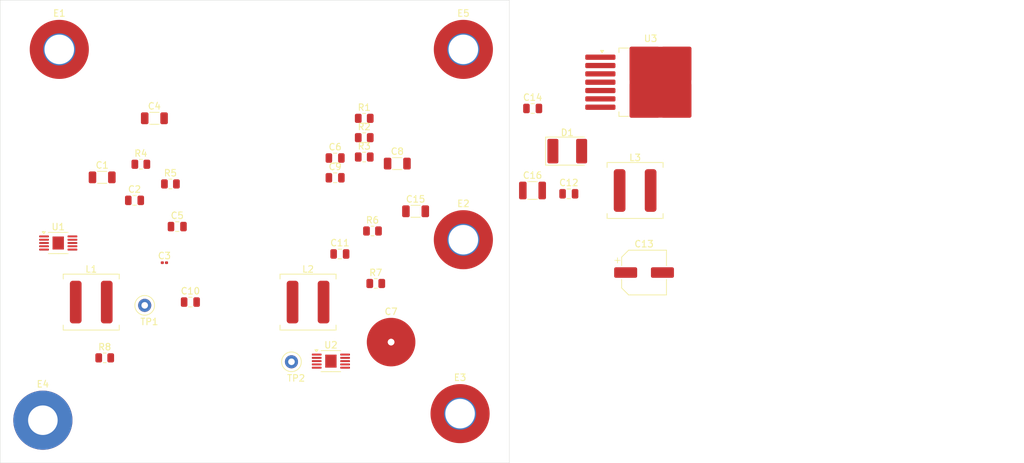
<source format=kicad_pcb>
(kicad_pcb (version 20240108) (generator "pcbnew") (generator_version "8.0")
  (layers (0 "F.Cu" signal) (31 "B.Cu" signal) (34 "B.Paste" user) (35 "F.Paste" user) (36 "B.SilkS" user "B.Silkscreen") (37 "F.SilkS" user "F.Silkscreen") (38 "B.Mask" user) (39 "F.Mask" user) (44 "Edge.Cuts" user))
  (net 0 "")
  (net 1 "Net-(U1-EN{slash}UV)")
  (net 2 "0")
  (net 3 "Net-(U1-BST)")
  (net 4 "Net-(U1-SW)")
  (net 5 "Net-(C3-Pad1)")
  (net 6 "Net-(U1-FB)")
  (net 7 "Net-(U1-INTV)")
  (net 8 "Net-(U2-SW)")
  (net 9 "Net-(U2-BST)")
  (net 10 "Net-(C7-Pad1)")
  (net 11 "Net-(U2-INTV)")
  (net 12 "Net-(U1-TR{slash}SS)")
  (net 13 "Net-(U2-TR{slash}SS)")
  (net 14 "Net-(U3-SW)")
  (net 15 "Net-(D1-K)")
  (net 16 "Net-(U3-FB)")
  (net 17 "Net-(U2-FB)")
  (net 18 "Net-(U2-RT)")
  (net 19 "Net-(U1-RT)")
  (net 20 "Net-(U2-PG)")
  (net 21 "Net-(U1-PG)")
  (footprint "Capacitor_SMD:C_1206_3216Metric" (layer "F.Cu") (at 160.9425 75.4)
    (property "Reference" "C8" (at 0 -1.85 0) (layer "F.SilkS"))
    (property "Value" "22uF")
    (fp_line (start -0.711252 -0.91) (end 0.711252 -0.91) (stroke (width 0.12)) (layer "F.SilkS"))
    (fp_line (start -0.711252 0.91) (end 0.711252 0.91) (stroke (width 0.12)) (layer "F.SilkS"))
    (pad "1" smd roundrect (at -1.475 0) (size 1.15 1.8) (layers "F.Cu" "F.Paste" "F.Mask") (roundrect_rratio 0.217391) (net 10 "Net-(C7-Pad1)"))
    (pad "2" smd roundrect (at 1.475 0) (size 1.15 1.8) (layers "F.Cu" "F.Paste" "F.Mask") (roundrect_rratio 0.217391) (net 2 "0"))
  )
  (footprint "Capacitor_SMD:CP_Elec_6.3x9.9" (layer "F.Cu") (at 198.5 92)
    (property "Reference" "C13" (at 0 -4.35 0) (layer "F.SilkS"))
    (property "Value" "270uF")
    (fp_line (start -4.4375 -1.8475) (end -3.65 -1.8475) (stroke (width 0.12)) (layer "F.SilkS"))
    (fp_line (start -4.04375 -2.24125) (end -4.04375 -1.45375) (stroke (width 0.12)) (layer "F.SilkS"))
    (fp_line (start -3.41 -2.345563) (end -3.41 -1.06) (stroke (width 0.12)) (layer "F.SilkS"))
    (fp_line (start -3.41 -2.345563) (end -2.345563 -3.41) (stroke (width 0.12)) (layer "F.SilkS"))
    (fp_line (start -3.41 2.345563) (end -3.41 1.06) (stroke (width 0.12)) (layer "F.SilkS"))
    (fp_line (start -3.41 2.345563) (end -2.345563 3.41) (stroke (width 0.12)) (layer "F.SilkS"))
    (fp_line (start -2.345563 -3.41) (end 3.41 -3.41) (stroke (width 0.12)) (layer "F.SilkS"))
    (fp_line (start -2.345563 3.41) (end 3.41 3.41) (stroke (width 0.12)) (layer "F.SilkS"))
    (fp_line (start 3.41 -3.41) (end 3.41 -1.06) (stroke (width 0.12)) (layer "F.SilkS"))
    (fp_line (start 3.41 3.41) (end 3.41 1.06) (stroke (width 0.12)) (layer "F.SilkS"))
    (pad "1" smd roundrect (at -2.8 0) (size 3.5 1.6) (layers "F.Cu" "F.Paste" "F.Mask") (roundrect_rratio 0.15625) (net 16 "Net-(U3-FB)"))
    (pad "2" smd roundrect (at 2.8 0) (size 3.5 1.6) (layers "F.Cu" "F.Paste" "F.Mask") (roundrect_rratio 0.15625) (net 2 "0"))
  )
  (footprint "Resistor_SMD:R_0805_2012Metric" (layer "F.Cu") (at 157.6675 93.67)
    (property "Reference" "R7" (at 0 -1.65 0) (layer "F.SilkS"))
    (property "Value" "100k")
    (fp_line (start -0.227064 -0.735) (end 0.227064 -0.735) (stroke (width 0.12)) (layer "F.SilkS"))
    (fp_line (start -0.227064 0.735) (end 0.227064 0.735) (stroke (width 0.12)) (layer "F.SilkS"))
    (pad "1" smd roundrect (at -0.9125 0) (size 1.025 1.4) (layers "F.Cu" "F.Paste" "F.Mask") (roundrect_rratio 0.243902) (net 8 "Net-(U2-SW)"))
    (pad "2" smd roundrect (at 0.9125 0) (size 1.025 1.4) (layers "F.Cu" "F.Paste" "F.Mask") (roundrect_rratio 0.243902) (net 20 "Net-(U2-PG)"))
  )
  (footprint "Capacitor_SMD:C_0805_2012Metric" (layer "F.Cu") (at 151.4825 74.55)
    (property "Reference" "C6" (at 0 -1.68 0) (layer "F.SilkS"))
    (property "Value" "0.1uF")
    (fp_line (start -0.261252 -0.735) (end 0.261252 -0.735) (stroke (width 0.12)) (layer "F.SilkS"))
    (fp_line (start -0.261252 0.735) (end 0.261252 0.735) (stroke (width 0.12)) (layer "F.SilkS"))
    (pad "1" smd roundrect (at -0.95 0) (size 1 1.45) (layers "F.Cu" "F.Paste" "F.Mask") (net 9 "Net-(U2-BST)"))
    (pad "2" smd roundrect (at 0.95 0) (size 1 1.45) (layers "F.Cu" "F.Paste" "F.Mask") (net 8 "Net-(U2-SW)"))
  )
  (footprint "Resistor_SMD:R_0805_2012Metric" (layer "F.Cu") (at 121.9125 75.5)
    (property "Reference" "R4" (at 0 -1.65 0) (layer "F.SilkS"))
    (property "Value" "18.2k")
    (fp_line (start -0.227064 -0.735) (end 0.227064 -0.735) (stroke (width 0.12)) (layer "F.SilkS"))
    (fp_line (start -0.227064 0.735) (end 0.227064 0.735) (stroke (width 0.12)) (layer "F.SilkS"))
    (pad "1" smd roundrect (at -0.9125 0) (size 1.025 1.4) (layers "F.Cu" "F.Paste" "F.Mask") (roundrect_rratio 0.243902) (net 19 "Net-(U1-RT)"))
    (pad "2" smd roundrect (at 0.9125 0) (size 1.025 1.4) (layers "F.Cu" "F.Paste" "F.Mask") (roundrect_rratio 0.243902) (net 2 "0"))
  )
  (footprint "Resistor_SMD:R_0805_2012Metric" (layer "F.Cu") (at 157.1675 85.67)
    (property "Reference" "R6" (at 0 -1.65 0) (layer "F.SilkS"))
    (property "Value" "1M")
    (fp_line (start -0.227064 -0.735) (end 0.227064 -0.735) (stroke (width 0.12)) (layer "F.SilkS"))
    (fp_line (start -0.227064 0.735) (end 0.227064 0.735) (stroke (width 0.12)) (layer "F.SilkS"))
    (pad "1" smd roundrect (at -0.9125 0) (size 1.025 1.4) (layers "F.Cu" "F.Paste" "F.Mask") (roundrect_rratio 0.243902) (net 5 "Net-(C3-Pad1)"))
    (pad "2" smd roundrect (at 0.9125 0) (size 1.025 1.4) (layers "F.Cu" "F.Paste" "F.Mask") (roundrect_rratio 0.243902) (net 6 "Net-(U1-FB)"))
  )
  (footprint "Capacitor_SMD:C_1206_3216Metric" (layer "F.Cu") (at 123.975 68.5)
    (property "Reference" "C4" (at 0 -1.85 0) (layer "F.SilkS"))
    (property "Value" "22uF")
    (fp_line (start -0.711252 -0.91) (end 0.711252 -0.91) (stroke (width 0.12)) (layer "F.SilkS"))
    (fp_line (start -0.711252 0.91) (end 0.711252 0.91) (stroke (width 0.12)) (layer "F.SilkS"))
    (pad "1" smd roundrect (at -1.475 0) (size 1.15 1.8) (layers "F.Cu" "F.Paste" "F.Mask") (roundrect_rratio 0.217391) (net 5 "Net-(C3-Pad1)"))
    (pad "2" smd roundrect (at 1.475 0) (size 1.15 1.8) (layers "F.Cu" "F.Paste" "F.Mask") (roundrect_rratio 0.217391) (net 2 "0"))
  )
  (footprint "Package_SO:MSOP-10-1EP_3x3mm_P0.5mm_EP1.73x1.98mm" (layer "F.Cu") (at 109.3375 87.5)
    (property "Reference" "U1" (at 0 -2.45 0) (layer "F.SilkS"))
    (property "Value" "~")
    (fp_line (start 0 -1.61) (end -1.5 -1.61) (stroke (width 0.12)) (layer "F.SilkS"))
    (fp_line (start 0 -1.61) (end 1.5 -1.61) (stroke (width 0.12)) (layer "F.SilkS"))
    (fp_line (start 0 1.61) (end -1.5 1.61) (stroke (width 0.12)) (layer "F.SilkS"))
    (fp_line (start 0 1.61) (end 1.5 1.61) (stroke (width 0.12)) (layer "F.SilkS"))
    (fp_poly (pts (xy -2.2 -1.41) (xy -2.44 -1.74) (xy -1.96 -1.74) (xy -2.2 -1.41)) (stroke (width 0.12)) (fill solid) (layer "F.SilkS"))
    (pad "1" smd roundrect (at -2.1625 -1) (size 1.475 0.3) (layers "F.Cu" "F.Paste" "F.Mask") (net 3 "Net-(U1-BST)"))
    (pad "2" smd roundrect (at -2.1625 -0.5) (size 1.475 0.3) (layers "F.Cu" "F.Paste" "F.Mask") (net 4 "Net-(U1-SW)"))
    (pad "3" smd roundrect (at -2.1625 0) (size 1.475 0.3) (layers "F.Cu" "F.Paste" "F.Mask") (net 7 "Net-(U1-INTV)"))
    (pad "4" smd roundrect (at -2.1625 0.5) (size 1.475 0.3) (layers "F.Cu" "F.Paste" "F.Mask") (net 19 "Net-(U1-RT)"))
    (pad "5" smd roundrect (at -2.1625 1) (size 1.475 0.3) (layers "F.Cu" "F.Paste" "F.Mask") (net 2 "0"))
    (pad "6" smd roundrect (at 2.1625 1) (size 1.475 0.3) (layers "F.Cu" "F.Paste" "F.Mask") (net 6 "Net-(U1-FB)"))
    (pad "7" smd roundrect (at 2.1625 0.5) (size 1.475 0.3) (layers "F.Cu" "F.Paste" "F.Mask") (net 12 "Net-(U1-TR{slash}SS)"))
    (pad "8" smd roundrect (at 2.1625 0) (size 1.475 0.3) (layers "F.Cu" "F.Paste" "F.Mask") (net 21 "Net-(U1-PG)"))
    (pad "9" smd roundrect (at 2.1625 -0.5) (size 1.475 0.3) (layers "F.Cu" "F.Paste" "F.Mask") (net 2 "0"))
    (pad "10" smd roundrect (at 2.1625 -1) (size 1.475 0.3) (layers "F.Cu" "F.Paste" "F.Mask") (net 1 "Net-(U1-EN{slash}UV)"))
    (pad "11" smd rect (at 0 0) (size 1.73 1.98) (property pad_prop_heatsink) (layers "F.Cu" "F.Mask"))
  )
  (footprint "Resistor_SMD:R_0805_2012Metric" (layer "F.Cu") (at 155.9125 68.5)
    (property "Reference" "R1" (at 0 -1.65 0) (layer "F.SilkS"))
    (property "Value" "1M")
    (fp_line (start -0.227064 -0.735) (end 0.227064 -0.735) (stroke (width 0.12)) (layer "F.SilkS"))
    (fp_line (start -0.227064 0.735) (end 0.227064 0.735) (stroke (width 0.12)) (layer "F.SilkS"))
    (pad "1" smd roundrect (at -0.9125 0) (size 1.025 1.4) (layers "F.Cu" "F.Paste" "F.Mask") (roundrect_rratio 0.243902) (net 10 "Net-(C7-Pad1)"))
    (pad "2" smd roundrect (at 0.9125 0) (size 1.025 1.4) (layers "F.Cu" "F.Paste" "F.Mask") (roundrect_rratio 0.243902) (net 17 "Net-(U2-FB)"))
  )
  (footprint "Capacitor_SMD:C_0805_2012Metric" (layer "F.Cu") (at 127.45 85)
    (property "Reference" "C5" (at 0 -1.68 0) (layer "F.SilkS"))
    (property "Value" "1uF")
    (fp_line (start -0.261252 -0.735) (end 0.261252 -0.735) (stroke (width 0.12)) (layer "F.SilkS"))
    (fp_line (start -0.261252 0.735) (end 0.261252 0.735) (stroke (width 0.12)) (layer "F.SilkS"))
    (pad "1" smd roundrect (at -0.95 0) (size 1 1.45) (layers "F.Cu" "F.Paste" "F.Mask") (net 7 "Net-(U1-INTV)"))
    (pad "2" smd roundrect (at 0.95 0) (size 1 1.45) (layers "F.Cu" "F.Paste" "F.Mask") (net 2 "0"))
  )
  (footprint "Package_TO_SOT_SMD:TO-263-7_TabPin8" (layer "F.Cu") (at 199.5 63)
    (property "Reference" "U3" (at 0 -6.65 0) (layer "F.SilkS"))
    (property "Value" "LM22678TJ-5")
    (fp_line (start -4.825 -5.2) (end -4.825 -4.51) (stroke (width 0.12)) (layer "F.SilkS"))
    (fp_line (start -4.825 5.2) (end -4.825 4.51) (stroke (width 0.12)) (layer "F.SilkS"))
    (fp_line (start -3.325 -5.2) (end -4.825 -5.2) (stroke (width 0.12)) (layer "F.SilkS"))
    (fp_line (start -3.325 5.2) (end -4.825 5.2) (stroke (width 0.12)) (layer "F.SilkS"))
    (fp_poly (pts (xy -7.3875 -4.51) (xy -7.6275 -4.84) (xy -7.1475 -4.84) (xy -7.3875 -4.51)) (stroke (width 0.12)) (fill solid) (layer "F.SilkS"))
    (pad "1" smd roundrect (at -7.65 -3.81) (size 4.6 0.8) (layers "F.Cu" "F.Paste" "F.Mask") (net 14 "Net-(U3-SW)"))
    (pad "2" smd roundrect (at -7.65 -2.54) (size 4.6 0.8) (layers "F.Cu" "F.Paste" "F.Mask") (net 1 "Net-(U1-EN{slash}UV)"))
    (pad "3" smd roundrect (at -7.65 -1.27) (size 4.6 0.8) (layers "F.Cu" "F.Paste" "F.Mask") (net 15 "Net-(D1-K)"))
    (pad "4" smd roundrect (at -7.65 0) (size 4.6 0.8) (layers "F.Cu" "F.Paste" "F.Mask") (net 2 "0"))
    (pad "5" smd roundrect (at -7.65 1.27) (size 4.6 0.8) (layers "F.Cu" "F.Paste" "F.Mask"))
    (pad "6" smd roundrect (at -7.65 2.54) (size 4.6 0.8) (layers "F.Cu" "F.Paste" "F.Mask") (net 16 "Net-(U3-FB)"))
    (pad "7" smd roundrect (at -7.65 3.81) (size 4.6 0.8) (layers "F.Cu" "F.Paste" "F.Mask"))
    (pad "8" smd roundrect (at -0.925 -2.775) (size 4.55 5.25) (layers "F.Cu" "F.Paste") (roundrect_rratio 0.054945) (net 2 "0"))
    (pad "8" smd roundrect (at -0.925 2.775) (size 4.55 5.25) (layers "F.Cu" "F.Paste") (roundrect_rratio 0.054945) (net 2 "0"))
    (pad "8" smd roundrect (at 1.5 0) (size 9.4 10.8) (layers "F.Cu" "F.Mask") (roundrect_rratio 0.026596) (net 2 "0"))
    (pad "8" smd roundrect (at 3.925 -2.775) (size 4.55 5.25) (layers "F.Cu" "F.Paste") (roundrect_rratio 0.054945) (net 2 "0"))
    (pad "8" smd roundrect (at 3.925 2.775) (size 4.55 5.25) (layers "F.Cu" "F.Paste") (roundrect_rratio 0.054945) (net 2 "0"))
  )
  (footprint "TestPoint:TestPoint_Loop_D2.50mm_Drill1.0mm" (layer "F.Cu") (at 122.5 97)
    (property "Reference" "TP1" (at 0.7 2.5 0) (layer "F.SilkS"))
    (property "Value" "TestPoint")
    (fp_circle (center 0 0) (end 1.5 0) (stroke (width 0.12)) (fill none) (layer "F.SilkS"))
    (pad "1" thru_hole circle (at 0 0) (size 2 2) (drill 1) (layers "*.Cu" "*.Mask") (net 21 "Net-(U1-PG)"))
  )
  (footprint "Capacitor_SMD:C_1206_3216Metric" (layer "F.Cu") (at 116.025 77.5)
    (property "Reference" "C1" (at 0 -1.85 0) (layer "F.SilkS"))
    (property "Value" "10uF")
    (fp_line (start -0.711252 -0.91) (end 0.711252 -0.91) (stroke (width 0.12)) (layer "F.SilkS"))
    (fp_line (start -0.711252 0.91) (end 0.711252 0.91) (stroke (width 0.12)) (layer "F.SilkS"))
    (pad "1" smd roundrect (at -1.475 0) (size 1.15 1.8) (layers "F.Cu" "F.Paste" "F.Mask") (roundrect_rratio 0.217391) (net 1 "Net-(U1-EN{slash}UV)"))
    (pad "2" smd roundrect (at 1.475 0) (size 1.15 1.8) (layers "F.Cu" "F.Paste" "F.Mask") (roundrect_rratio 0.217391) (net 2 "0"))
  )
  (footprint "Resistor_SMD:R_0805_2012Metric" (layer "F.Cu") (at 155.9125 74.4)
    (property "Reference" "R3" (at 0 -1.65 0) (layer "F.SilkS"))
    (property "Value" "18.2k")
    (fp_line (start -0.227064 -0.735) (end 0.227064 -0.735) (stroke (width 0.12)) (layer "F.SilkS"))
    (fp_line (start -0.227064 0.735) (end 0.227064 0.735) (stroke (width 0.12)) (layer "F.SilkS"))
    (pad "1" smd roundrect (at -0.9125 0) (size 1.025 1.4) (layers "F.Cu" "F.Paste" "F.Mask") (roundrect_rratio 0.243902) (net 18 "Net-(U2-RT)"))
    (pad "2" smd roundrect (at 0.9125 0) (size 1.025 1.4) (layers "F.Cu" "F.Paste" "F.Mask") (roundrect_rratio 0.243902) (net 2 "0"))
  )
  (footprint "MountingHole:MountingHole_4.5mm_Pad_TopOnly" (layer "F.Cu") (at 171 87)
    (property "Reference" "E2" (at 0 -5.5 0) (layer "F.SilkS"))
    (property "Value" "+5V")
    (pad "1" thru_hole circle (at 0 0) (size 4.9 4.9) (drill 4.5) (layers "*.Cu" "*.Mask") (net 5 "Net-(C3-Pad1)"))
    (pad "1" connect circle (at 0 0) (size 9 9) (layers "F.Cu" "F.Mask") (net 5 "Net-(C3-Pad1)"))
  )
  (footprint "Resistor_SMD:R_0805_2012Metric" (layer "F.Cu") (at 116.4125 105)
    (property "Reference" "R8" (at 0 -1.65 0) (layer "F.SilkS"))
    (property "Value" "100k")
    (fp_line (start -0.227064 -0.735) (end 0.227064 -0.735) (stroke (width 0.12)) (layer "F.SilkS"))
    (fp_line (start -0.227064 0.735) (end 0.227064 0.735) (stroke (width 0.12)) (layer "F.SilkS"))
    (pad "1" smd roundrect (at -0.9125 0) (size 1.025 1.4) (layers "F.Cu" "F.Paste" "F.Mask") (roundrect_rratio 0.243902) (net 4 "Net-(U1-SW)"))
    (pad "2" smd roundrect (at 0.9125 0) (size 1.025 1.4) (layers "F.Cu" "F.Paste" "F.Mask") (roundrect_rratio 0.243902) (net 21 "Net-(U1-PG)"))
  )
  (footprint "Inductor_SMD:L_Coilcraft_XAL7030-332" (layer "F.Cu") (at 197.14 79.5)
    (property "Reference" "L3" (at 0 -5 0) (layer "F.SilkS"))
    (property "Value" "3.3uH")
    (fp_line (start -4.26 -4.26) (end -4.26 -3.51) (stroke (width 0.12)) (layer "F.SilkS"))
    (fp_line (start -4.26 -4.26) (end 4.26 -4.26) (stroke (width 0.12)) (layer "F.SilkS"))
    (fp_line (start -4.26 4.26) (end -4.26 3.51) (stroke (width 0.12)) (layer "F.SilkS"))
    (fp_line (start -4.26 4.26) (end 4.26 4.26) (stroke (width 0.12)) (layer "F.SilkS"))
    (fp_line (start 4.26 -4.26) (end 4.26 -3.51) (stroke (width 0.12)) (layer "F.SilkS"))
    (fp_line (start 4.26 4.26) (end 4.26 3.51) (stroke (width 0.12)) (layer "F.SilkS"))
    (pad "1" smd roundrect (at -2.36 0) (size 1.78 6.5) (layers "F.Cu" "F.Paste" "F.Mask") (net 15 "Net-(D1-K)"))
    (pad "2" smd roundrect (at 2.36 0) (size 1.78 6.5) (layers "F.Cu" "F.Paste" "F.Mask") (net 16 "Net-(U3-FB)"))
  )
  (footprint "Inductor_SMD:L_Coilcraft_XAL7030-222" (layer "F.Cu") (at 147.36 96.5)
    (property "Reference" "L2" (at 0 -5 0) (layer "F.SilkS"))
    (property "Value" "2.2uH")
    (fp_line (start -4.26 -4.26) (end -4.26 -3.51) (stroke (width 0.12)) (layer "F.SilkS"))
    (fp_line (start -4.26 -4.26) (end 4.26 -4.26) (stroke (width 0.12)) (layer "F.SilkS"))
    (fp_line (start -4.26 4.26) (end -4.26 3.51) (stroke (width 0.12)) (layer "F.SilkS"))
    (fp_line (start -4.26 4.26) (end 4.26 4.26) (stroke (width 0.12)) (layer "F.SilkS"))
    (fp_line (start 4.26 -4.26) (end 4.26 -3.51) (stroke (width 0.12)) (layer "F.SilkS"))
    (fp_line (start 4.26 4.26) (end 4.26 3.51) (stroke (width 0.12)) (layer "F.SilkS"))
    (pad "1" smd roundrect (at -2.36 0) (size 1.78 6.5) (layers "F.Cu" "F.Paste" "F.Mask") (net 8 "Net-(U2-SW)"))
    (pad "2" smd roundrect (at 2.36 0) (size 1.78 6.5) (layers "F.Cu" "F.Paste" "F.Mask") (net 10 "Net-(C7-Pad1)"))
  )
  (footprint "Inductor_SMD:L_Coilcraft_XAL7030-222" (layer "F.Cu") (at 114.36 96.5)
    (property "Reference" "L1" (at 0 -5 0) (layer "F.SilkS"))
    (property "Value" "2.2uH")
    (fp_line (start -4.26 -4.26) (end -4.26 -3.51) (stroke (width 0.12)) (layer "F.SilkS"))
    (fp_line (start -4.26 -4.26) (end 4.26 -4.26) (stroke (width 0.12)) (layer "F.SilkS"))
    (fp_line (start -4.26 4.26) (end -4.26 3.51) (stroke (width 0.12)) (layer "F.SilkS"))
    (fp_line (start -4.26 4.26) (end 4.26 4.26) (stroke (width 0.12)) (layer "F.SilkS"))
    (fp_line (start 4.26 -4.26) (end 4.26 -3.51) (stroke (width 0.12)) (layer "F.SilkS"))
    (fp_line (start 4.26 4.26) (end 4.26 3.51) (stroke (width 0.12)) (layer "F.SilkS"))
    (pad "1" smd roundrect (at -2.36 0) (size 1.78 6.5) (layers "F.Cu" "F.Paste" "F.Mask") (net 4 "Net-(U1-SW)"))
    (pad "2" smd roundrect (at 2.36 0) (size 1.78 6.5) (layers "F.Cu" "F.Paste" "F.Mask") (net 5 "Net-(C3-Pad1)"))
  )
  (footprint "Capacitor_SMD:C_0805_2012Metric" (layer "F.Cu") (at 152.205 89.17)
    (property "Reference" "C11" (at 0 -1.68 0) (layer "F.SilkS"))
    (property "Value" "10nF")
    (fp_line (start -0.261252 -0.735) (end 0.261252 -0.735) (stroke (width 0.12)) (layer "F.SilkS"))
    (fp_line (start -0.261252 0.735) (end 0.261252 0.735) (stroke (width 0.12)) (layer "F.SilkS"))
    (pad "1" smd roundrect (at -0.95 0) (size 1 1.45) (layers "F.Cu" "F.Paste" "F.Mask") (net 13 "Net-(U2-TR{slash}SS)"))
    (pad "2" smd roundrect (at 0.95 0) (size 1 1.45) (layers "F.Cu" "F.Paste" "F.Mask") (net 2 "0"))
  )
  (footprint "Capacitor_SMD:C_0805_2012Metric" (layer "F.Cu") (at 151.4825 77.56)
    (property "Reference" "C9" (at 0 -1.68 0) (layer "F.SilkS"))
    (property "Value" "1uF")
    (fp_line (start -0.261252 -0.735) (end 0.261252 -0.735) (stroke (width 0.12)) (layer "F.SilkS"))
    (fp_line (start -0.261252 0.735) (end 0.261252 0.735) (stroke (width 0.12)) (layer "F.SilkS"))
    (pad "1" smd roundrect (at -0.95 0) (size 1 1.45) (layers "F.Cu" "F.Paste" "F.Mask") (net 11 "Net-(U2-INTV)"))
    (pad "2" smd roundrect (at 0.95 0) (size 1 1.45) (layers "F.Cu" "F.Paste" "F.Mask") (net 2 "0"))
  )
  (footprint "Resistor_SMD:R_0805_2012Metric" (layer "F.Cu") (at 155.9125 71.45)
    (property "Reference" "R2" (at 0 -1.65 0) (layer "F.SilkS"))
    (property "Value" "309k")
    (fp_line (start -0.227064 -0.735) (end 0.227064 -0.735) (stroke (width 0.12)) (layer "F.SilkS"))
    (fp_line (start -0.227064 0.735) (end 0.227064 0.735) (stroke (width 0.12)) (layer "F.SilkS"))
    (pad "1" smd roundrect (at -0.9125 0) (size 1.025 1.4) (layers "F.Cu" "F.Paste" "F.Mask") (roundrect_rratio 0.243902) (net 17 "Net-(U2-FB)"))
    (pad "2" smd roundrect (at 0.9125 0) (size 1.025 1.4) (layers "F.Cu" "F.Paste" "F.Mask") (roundrect_rratio 0.243902) (net 2 "0"))
  )
  (footprint "Capacitor_SMD:C_0805_2012Metric" (layer "F.Cu") (at 187.05 80)
    (property "Reference" "C12" (at 0 -1.68 0) (layer "F.SilkS"))
    (property "Value" "10nF")
    (fp_line (start -0.261252 -0.735) (end 0.261252 -0.735) (stroke (width 0.12)) (layer "F.SilkS"))
    (fp_line (start -0.261252 0.735) (end 0.261252 0.735) (stroke (width 0.12)) (layer "F.SilkS"))
    (pad "1" smd roundrect (at -0.95 0) (size 1 1.45) (layers "F.Cu" "F.Paste" "F.Mask") (net 15 "Net-(D1-K)"))
    (pad "2" smd roundrect (at 0.95 0) (size 1 1.45) (layers "F.Cu" "F.Paste" "F.Mask") (net 14 "Net-(U3-SW)"))
  )
  (footprint "Capacitor_SMD:C_0805_2012Metric" (layer "F.Cu") (at 120.95 81)
    (property "Reference" "C2" (at 0 -1.68 0) (layer "F.SilkS"))
    (property "Value" "0.1uF")
    (fp_line (start -0.261252 -0.735) (end 0.261252 -0.735) (stroke (width 0.12)) (layer "F.SilkS"))
    (fp_line (start -0.261252 0.735) (end 0.261252 0.735) (stroke (width 0.12)) (layer "F.SilkS"))
    (pad "1" smd roundrect (at -0.95 0) (size 1 1.45) (layers "F.Cu" "F.Paste" "F.Mask") (net 3 "Net-(U1-BST)"))
    (pad "2" smd roundrect (at 0.95 0) (size 1 1.45) (layers "F.Cu" "F.Paste" "F.Mask") (net 4 "Net-(U1-SW)"))
  )
  (footprint "MountingHole:MountingHole_4.5mm_Pad_TopOnly" (layer "F.Cu") (at 170.5 113.5)
    (property "Reference" "E3" (at 0 -5.5 0) (layer "F.SilkS"))
    (property "Value" "+3.3V")
    (pad "1" thru_hole circle (at 0 0) (size 4.9 4.9) (drill 4.5) (layers "*.Cu" "*.Mask") (net 10 "Net-(C7-Pad1)"))
    (pad "1" connect circle (at 0 0) (size 9 9) (layers "F.Cu" "F.Mask") (net 10 "Net-(C7-Pad1)"))
  )
  (footprint "Package_SO:MSOP-10-1EP_3x3mm_P0.5mm_EP1.73x1.98mm" (layer "F.Cu") (at 150.8375 105.5)
    (property "Reference" "U2" (at 0 -2.45 0) (layer "F.SilkS"))
    (property "Value" "~")
    (fp_line (start 0 -1.61) (end -1.5 -1.61) (stroke (width 0.12)) (layer "F.SilkS"))
    (fp_line (start 0 -1.61) (end 1.5 -1.61) (stroke (width 0.12)) (layer "F.SilkS"))
    (fp_line (start 0 1.61) (end -1.5 1.61) (stroke (width 0.12)) (layer "F.SilkS"))
    (fp_line (start 0 1.61) (end 1.5 1.61) (stroke (width 0.12)) (layer "F.SilkS"))
    (fp_poly (pts (xy -2.2 -1.41) (xy -2.44 -1.74) (xy -1.96 -1.74) (xy -2.2 -1.41)) (stroke (width 0.12)) (fill solid) (layer "F.SilkS"))
    (pad "1" smd roundrect (at -2.1625 -1) (size 1.475 0.3) (layers "F.Cu" "F.Paste" "F.Mask") (net 9 "Net-(U2-BST)"))
    (pad "2" smd roundrect (at -2.1625 -0.5) (size 1.475 0.3) (layers "F.Cu" "F.Paste" "F.Mask") (net 8 "Net-(U2-SW)"))
    (pad "3" smd roundrect (at -2.1625 0) (size 1.475 0.3) (layers "F.Cu" "F.Paste" "F.Mask") (net 11 "Net-(U2-INTV)"))
    (pad "4" smd roundrect (at -2.1625 0.5) (size 1.475 0.3) (layers "F.Cu" "F.Paste" "F.Mask") (net 18 "Net-(U2-RT)"))
    (pad "5" smd roundrect (at -2.1625 1) (size 1.475 0.3) (layers "F.Cu" "F.Paste" "F.Mask") (net 2 "0"))
    (pad "6" smd roundrect (at 2.1625 1) (size 1.475 0.3) (layers "F.Cu" "F.Paste" "F.Mask") (net 17 "Net-(U2-FB)"))
    (pad "7" smd roundrect (at 2.1625 0.5) (size 1.475 0.3) (layers "F.Cu" "F.Paste" "F.Mask") (net 13 "Net-(U2-TR{slash}SS)"))
    (pad "8" smd roundrect (at 2.1625 0) (size 1.475 0.3) (layers "F.Cu" "F.Paste" "F.Mask") (net 20 "Net-(U2-PG)"))
    (pad "9" smd roundrect (at 2.1625 -0.5) (size 1.475 0.3) (layers "F.Cu" "F.Paste" "F.Mask") (net 2 "0"))
    (pad "10" smd roundrect (at 2.1625 -1) (size 1.475 0.3) (layers "F.Cu" "F.Paste" "F.Mask") (net 1 "Net-(U1-EN{slash}UV)"))
    (pad "11" smd rect (at 0 0) (size 1.73 1.98) (property pad_prop_heatsink) (layers "F.Cu" "F.Mask"))
  )
  (footprint "Resistor_SMD:R_0805_2012Metric" (layer "F.Cu") (at 126.4125 78.5)
    (property "Reference" "R5" (at 0 -1.65 0) (layer "F.SilkS"))
    (property "Value" "187k")
    (fp_line (start -0.227064 -0.735) (end 0.227064 -0.735) (stroke (width 0.12)) (layer "F.SilkS"))
    (fp_line (start -0.227064 0.735) (end 0.227064 0.735) (stroke (width 0.12)) (layer "F.SilkS"))
    (pad "1" smd roundrect (at -0.9125 0) (size 1.025 1.4) (layers "F.Cu" "F.Paste" "F.Mask") (roundrect_rratio 0.243902) (net 6 "Net-(U1-FB)"))
    (pad "2" smd roundrect (at 0.9125 0) (size 1.025 1.4) (layers "F.Cu" "F.Paste" "F.Mask") (roundrect_rratio 0.243902) (net 2 "0"))
  )
  (footprint "TestPoint:TestPoint_Loop_D2.50mm_Drill1.0mm" (layer "F.Cu") (at 144.8375 105.6)
    (property "Reference" "TP2" (at 0.7 2.5 0) (layer "F.SilkS"))
    (property "Value" "TestPoint")
    (fp_circle (center 0 0) (end 1.5 0) (stroke (width 0.12)) (fill none) (layer "F.SilkS"))
    (pad "1" thru_hole circle (at 0 0) (size 2 2) (drill 1) (layers "*.Cu" "*.Mask") (net 20 "Net-(U2-PG)"))
  )
  (footprint "Capacitor_SMD:C_1206_3216Metric" (layer "F.Cu") (at 163.73 82.67)
    (property "Reference" "C15" (at 0 -1.85 0) (layer "F.SilkS"))
    (property "Value" "10uF")
    (fp_line (start -0.711252 -0.91) (end 0.711252 -0.91) (stroke (width 0.12)) (layer "F.SilkS"))
    (fp_line (start -0.711252 0.91) (end 0.711252 0.91) (stroke (width 0.12)) (layer "F.SilkS"))
    (pad "1" smd roundrect (at -1.475 0) (size 1.15 1.8) (layers "F.Cu" "F.Paste" "F.Mask") (roundrect_rratio 0.217391) (net 1 "Net-(U1-EN{slash}UV)"))
    (pad "2" smd roundrect (at 1.475 0) (size 1.15 1.8) (layers "F.Cu" "F.Paste" "F.Mask") (roundrect_rratio 0.217391) (net 2 "0"))
  )
  (footprint "MountingHole:MountingHole_4.5mm_Pad_TopBottom" (layer "F.Cu") (at 107 114.5)
    (property "Reference" "E4" (at 0 -5.5 0) (layer "F.SilkS"))
    (property "Value" "+12")
    (pad "1" thru_hole circle (at 0 0) (size 4.9 4.9) (drill 4.5) (layers "*.Cu" "*.Mask") (net 2 "0"))
    (pad "1" connect circle (at 0 0) (size 9 9) (layers "F.Cu" "F.Mask") (net 2 "0"))
    (pad "1" connect circle (at 0 0) (size 9 9) (layers "B.Cu" "B.Mask") (net 2 "0"))
  )
  (footprint "Capacitor_SMD:C_1210_3225Metric" (layer "F.Cu") (at 181.525 79.5)
    (property "Reference" "C16" (at 0 -2.3 0) (layer "F.SilkS"))
    (property "Value" "47uF")
    (fp_line (start -0.711252 -1.36) (end 0.711252 -1.36) (stroke (width 0.12)) (layer "F.SilkS"))
    (fp_line (start -0.711252 1.36) (end 0.711252 1.36) (stroke (width 0.12)) (layer "F.SilkS"))
    (pad "1" smd roundrect (at -1.475 0) (size 1.15 2.7) (layers "F.Cu" "F.Paste" "F.Mask") (roundrect_rratio 0.217391) (net 1 "Net-(U1-EN{slash}UV)"))
    (pad "2" smd roundrect (at 1.475 0) (size 1.15 2.7) (layers "F.Cu" "F.Paste" "F.Mask") (roundrect_rratio 0.217391) (net 2 "0"))
  )
  (footprint "Capacitor_SMD:C_0805_2012Metric" (layer "F.Cu") (at 181.55 67)
    (property "Reference" "C14" (at 0 -1.68 0) (layer "F.SilkS"))
    (property "Value" "1uF")
    (fp_line (start -0.261252 -0.735) (end 0.261252 -0.735) (stroke (width 0.12)) (layer "F.SilkS"))
    (fp_line (start -0.261252 0.735) (end 0.261252 0.735) (stroke (width 0.12)) (layer "F.SilkS"))
    (pad "1" smd roundrect (at -0.95 0) (size 1 1.45) (layers "F.Cu" "F.Paste" "F.Mask") (net 1 "Net-(U1-EN{slash}UV)"))
    (pad "2" smd roundrect (at 0.95 0) (size 1 1.45) (layers "F.Cu" "F.Paste" "F.Mask") (net 2 "0"))
  )
  (footprint "MountingHole:MountingHole_4.5mm_Pad_TopOnly" (layer "F.Cu") (at 171 58)
    (property "Reference" "E5" (at 0 -5.5 0) (layer "F.SilkS"))
    (property "Value" "+5V (Pi Power)")
    (pad "1" thru_hole circle (at 0 0) (size 4.9 4.9) (drill 4.5) (layers "*.Cu" "*.Mask") (net 16 "Net-(U3-FB)"))
    (pad "1" connect circle (at 0 0) (size 9 9) (layers "F.Cu" "F.Mask") (net 16 "Net-(U3-FB)"))
  )
  (footprint "Capacitor_SMD:C_0201_0603Metric" (layer "F.Cu") (at 125.5 90.5)
    (property "Reference" "C3" (at 0 -1.05 0) (layer "F.SilkS"))
    (property "Value" "10pF")
    (pad "1" smd roundrect (at -0.32 0) (size 0.46 0.4) (layers "F.Cu" "F.Mask") (net 5 "Net-(C3-Pad1)"))
    (pad "2" smd roundrect (at 0.32 0) (size 0.46 0.4) (layers "F.Cu" "F.Mask") (net 6 "Net-(U1-FB)"))
  )
  (footprint "Diode_SMD:D_2114_3652Metric" (layer "F.Cu") (at 186.8125 73.5)
    (property "Reference" "D1" (at 0 -2.82 0) (layer "F.SilkS"))
    (property "Value" "D")
    (fp_line (start -3.285 -2.135) (end -3.285 2.135) (stroke (width 0.12)) (layer "F.SilkS"))
    (fp_line (start -3.285 2.135) (end 2.6 2.135) (stroke (width 0.12)) (layer "F.SilkS"))
    (fp_line (start 2.6 -2.135) (end -3.285 -2.135) (stroke (width 0.12)) (layer "F.SilkS"))
    (pad "1" smd roundrect (at -2.1875 0) (size 1.675 3.75) (layers "F.Cu" "F.Paste" "F.Mask") (roundrect_rratio 0.149254) (net 15 "Net-(D1-K)"))
    (pad "2" smd roundrect (at 2.1875 0) (size 1.675 3.75) (layers "F.Cu" "F.Paste" "F.Mask") (roundrect_rratio 0.149254) (net 2 "0"))
  )
  (footprint "MountingHole:MountingHole_4.5mm_Pad_TopOnly" (layer "F.Cu") (at 109.5 58)
    (property "Reference" "E1" (at 0 -5.5 0) (layer "F.SilkS"))
    (property "Value" "+12")
    (pad "1" thru_hole circle (at 0 0) (size 4.9 4.9) (drill 4.5) (layers "*.Cu" "*.Mask") (net 1 "Net-(U1-EN{slash}UV)"))
    (pad "1" connect circle (at 0 0) (size 9 9) (layers "F.Cu" "F.Mask") (net 1 "Net-(U1-EN{slash}UV)"))
  )
  (footprint "Capacitor_SMD:C_0805_2012Metric" (layer "F.Cu") (at 129.45 96.5)
    (property "Reference" "C10" (at 0 -1.68 0) (layer "F.SilkS"))
    (property "Value" "10nF")
    (fp_line (start -0.261252 -0.735) (end 0.261252 -0.735) (stroke (width 0.12)) (layer "F.SilkS"))
    (fp_line (start -0.261252 0.735) (end 0.261252 0.735) (stroke (width 0.12)) (layer "F.SilkS"))
    (pad "1" smd roundrect (at -0.95 0) (size 1 1.45) (layers "F.Cu" "F.Paste" "F.Mask") (net 12 "Net-(U1-TR{slash}SS)"))
    (pad "2" smd roundrect (at 0.95 0) (size 1 1.45) (layers "F.Cu" "F.Paste" "F.Mask") (net 2 "0"))
  )
  (footprint "Mounting_Wuerth:Mounting_Wuerth_WA-SMSE-ExternalM3_H6mm_9771060360" (layer "F.Cu") (at 160 102.6)
    (property "Reference" "C7" (at 0 -4.65 0) (layer "F.SilkS"))
    (property "Value" "10pF")
    (pad "" np_thru_hole circle (at 0 0) (size 1 1) (drill 1) (layers "*.Cu" "*.Mask"))
    (pad "1" smd circle (at -2.1 0) (size 2.8 2.8) (layers "F.Cu") (net 10 "Net-(C7-Pad1)"))
    (pad "1" smd circle (at 0 -2.1) (size 2.8 2.8) (layers "F.Cu") (net 10 "Net-(C7-Pad1)"))
    (pad "1" smd circle (at 0 2.1) (size 2.8 2.8) (layers "F.Cu") (net 10 "Net-(C7-Pad1)"))
    (pad "1" smd custom (at 2.1 0) (size 2.8 2.8) (layers "F.Cu" "F.Mask") (net 10 "Net-(C7-Pad1)") (options (clearance outline) (anchor circle)) (primitives (gr_circle (center -2.1 0) (end 0 0) (width 3.2) (fill no))))
  )
  (gr_rect (start 100.5 50.5) (end 178 121) (stroke (width 0.05)) (fill none) (layer "Edge.Cuts"))
)
</source>
